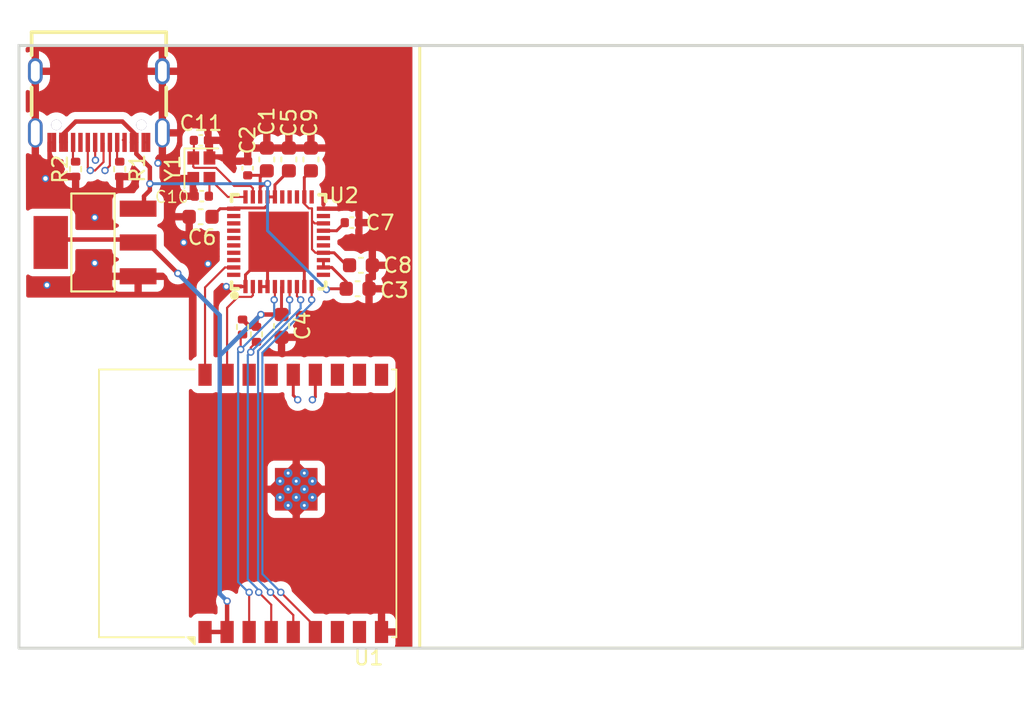
<source format=kicad_pcb>
(kicad_pcb (version 20240108) (generator "pcbnew") (generator_version "8.0")
  (layers (0 "F.Cu" signal) (1 "In1.Cu" signal) (2 "In2.Cu" signal) (31 "B.Cu" signal) (34 "B.Paste" user) (35 "F.Paste" user) (36 "B.SilkS" user "B.Silkscreen") (37 "F.SilkS" user "F.Silkscreen") (38 "B.Mask" user) (39 "F.Mask" user) (44 "Edge.Cuts" user))
  (net 0 "")
  (net 1 "GND")
  (net 2 "Net-(U2-VDD(A))")
  (net 3 "Net-(U2-VDD(VMID))")
  (net 4 "/TVDD")
  (net 9 "/D+")
  (net 11 "/D-")
  (net 13 "+3V3")
  (net 16 "/NFC_IRQ")
  (net 17 "/TX1")
  (net 20 "+5V")
  (net 24 "/TX2")
  (net 25 "/RXP")
  (net 27 "/XTAL2")
  (net 29 "/NFC_WKUP")
  (net 30 "/RXN")
  (net 31 "/NFC_DWL")
  (net 33 "/NFC_SCL")
  (net 35 "/XTAL1")
  (net 36 "/NFC_SDA")
  (net 38 "/NFC_VEN")
  (net 41 "unconnected-(USB2-SUB2-PadB8)")
  (net 42 "Net-(USB2-CC1)")
  (net 43 "Net-(USB2-CC2)")
  (footprint "Capacitor_SMD:C_0603_1608Metric" (layer "F.Cu") (at 179.275 90.55)
    (property "Reference" "C3" (at 2.5 0.1 0) (layer "F.SilkS"))
    (property "Value" "4.7 uF" (hide yes))
    (fp_line (start -0.14058 -0.51) (end 0.14058 -0.51) (stroke (width 0.12)) (layer "F.SilkS"))
    (fp_line (start -0.14058 0.51) (end 0.14058 0.51) (stroke (width 0.12)) (layer "F.SilkS"))
    (pad "1" smd roundrect (at -0.775 0) (size 0.9 0.95) (layers "F.Cu" "F.Paste" "F.Mask") (net 20 "+5V"))
    (pad "2" smd roundrect (at 0.775 0) (size 0.9 0.95) (layers "F.Cu" "F.Paste" "F.Mask") (net 1 "GND"))
  )
  (footprint "easyeda2kicad:SOT-223-3_L6.5-W3.4-P2.30-LS7.0-BR" (layer "F.Cu") (at 161.38 87.4)
    (property "Reference" "U3" (hide yes))
    (property "Value" "AMS1117-3.3")
    (fp_line (start -1.57 -3.33) (end 1.37 -3.33) (stroke (width 0.15)) (layer "F.SilkS"))
    (fp_line (start -1.57 3.33) (end -1.57 -3.33) (stroke (width 0.15)) (layer "F.SilkS"))
    (fp_line (start 1.37 -3.33) (end 1.37 3.33) (stroke (width 0.15)) (layer "F.SilkS"))
    (fp_line (start 1.37 3.33) (end -1.57 3.33) (stroke (width 0.15)) (layer "F.SilkS"))
    (pad "1" smd rect (at 2.97 2.3) (size 2.5 1.1) (layers "F.Cu" "F.Paste" "F.Mask") (net 1 "GND"))
    (pad "2" smd rect (at 2.97 0) (size 2.5 1.1) (layers "F.Cu" "F.Paste" "F.Mask") (net 13 "+3V3"))
    (pad "3" smd rect (at 2.97 -2.3) (size 2.5 1.1) (layers "F.Cu" "F.Paste" "F.Mask") (net 20 "+5V"))
    (pad "4" smd rect (at -2.97 0) (size 2.34 3.6) (layers "F.Cu" "F.Paste" "F.Mask") (net 13 "+3V3"))
  )
  (footprint "Capacitor_SMD:C_0603_1608Metric" (layer "F.Cu") (at 168.6 85.65 180)
    (property "Reference" "C6" (at -0.1 -1.4 0) (layer "F.SilkS"))
    (property "Value" "2.2 uF" (hide yes))
    (fp_line (start -0.14058 0.51) (end 0.14058 0.51) (stroke (width 0.12)) (layer "F.SilkS"))
    (fp_line (start -0.14058 -0.51) (end 0.14058 -0.51) (stroke (width 0.12)) (layer "F.SilkS"))
    (pad "1" smd roundrect (at -0.775 0 180) (size 0.9 0.95) (layers "F.Cu" "F.Paste" "F.Mask") (net 2 "Net-(U2-VDD(A))"))
    (pad "2" smd roundrect (at 0.775 0 180) (size 0.9 0.95) (layers "F.Cu" "F.Paste" "F.Mask") (net 1 "GND"))
  )
  (footprint "Capacitor_SMD:C_0402_1005Metric" (layer "F.Cu") (at 171.8 82.35 90)
    (property "Reference" "C2" (at 1.92 0 90) (layer "F.SilkS"))
    (property "Value" "100 nF" (hide yes))
    (fp_line (start -0.107836 -0.36) (end 0.107836 -0.36) (stroke (width 0.12)) (layer "F.SilkS"))
    (fp_line (start -0.107836 0.36) (end 0.107836 0.36) (stroke (width 0.12)) (layer "F.SilkS"))
    (pad "1" smd roundrect (at -0.48 0 90) (size 0.56 0.62) (layers "F.Cu" "F.Paste" "F.Mask") (net 20 "+5V"))
    (pad "2" smd roundrect (at 0.48 0 90) (size 0.56 0.62) (layers "F.Cu" "F.Paste" "F.Mask") (net 1 "GND"))
  )
  (footprint "Capacitor_SMD:C_0603_1608Metric" (layer "F.Cu") (at 176.1 81.75 90)
    (property "Reference" "C9" (at 2.5 -0.1 90) (layer "F.SilkS"))
    (property "Value" "2.2 uF" (hide yes))
    (fp_line (start -0.14058 -0.51) (end 0.14058 -0.51) (stroke (width 0.12)) (layer "F.SilkS"))
    (fp_line (start -0.14058 0.51) (end 0.14058 0.51) (stroke (width 0.12)) (layer "F.SilkS"))
    (pad "1" smd roundrect (at -0.775 0 90) (size 0.9 0.95) (layers "F.Cu" "F.Paste" "F.Mask") (net 4 "/TVDD"))
    (pad "2" smd roundrect (at 0.775 0 90) (size 0.9 0.95) (layers "F.Cu" "F.Paste" "F.Mask") (net 1 "GND"))
  )
  (footprint "Capacitor_SMD:C_0402_1005Metric" (layer "F.Cu") (at 168.68 84.25 180)
    (property "Reference" "C10" (at 2.03 -0.05 0) (layer "F.SilkS") (effects (font (size 0.8 0.8) (thickness 0.1) (bold yes))))
    (property "Value" "10 pF" (hide yes))
    (fp_line (start -0.107836 0.36) (end 0.107836 0.36) (stroke (width 0.12)) (layer "F.SilkS"))
    (fp_line (start -0.107836 -0.36) (end 0.107836 -0.36) (stroke (width 0.12)) (layer "F.SilkS"))
    (pad "1" smd roundrect (at -0.48 0 180) (size 0.56 0.62) (layers "F.Cu" "F.Paste" "F.Mask") (net 35 "/XTAL1"))
    (pad "2" smd roundrect (at 0.48 0 180) (size 0.56 0.62) (layers "F.Cu" "F.Paste" "F.Mask") (net 1 "GND"))
  )
  (footprint "Capacitor_SMD:C_0603_1608Metric" (layer "F.Cu") (at 174.6 81.75 90)
    (property "Reference" "C5" (at 2.5 0 90) (layer "F.SilkS"))
    (property "Value" "2.2 uF" (hide yes))
    (fp_line (start -0.14058 -0.51) (end 0.14058 -0.51) (stroke (width 0.12)) (layer "F.SilkS"))
    (fp_line (start -0.14058 0.51) (end 0.14058 0.51) (stroke (width 0.12)) (layer "F.SilkS"))
    (pad "1" smd roundrect (at -0.775 0 90) (size 0.9 0.95) (layers "F.Cu" "F.Paste" "F.Mask") (net 2 "Net-(U2-VDD(A))"))
    (pad "2" smd roundrect (at 0.775 0 90) (size 0.9 0.95) (layers "F.Cu" "F.Paste" "F.Mask") (net 1 "GND"))
  )
  (footprint "Capacitor_SMD:C_0603_1608Metric" (layer "F.Cu") (at 179.5 88.95)
    (property "Reference" "C8" (at 2.5 0 0) (layer "F.SilkS"))
    (property "Value" "2.2 uF" (hide yes))
    (fp_line (start -0.14058 -0.51) (end 0.14058 -0.51) (stroke (width 0.12)) (layer "F.SilkS"))
    (fp_line (start -0.14058 0.51) (end 0.14058 0.51) (stroke (width 0.12)) (layer "F.SilkS"))
    (pad "1" smd roundrect (at -0.775 0) (size 0.9 0.95) (layers "F.Cu" "F.Paste" "F.Mask") (net 4 "/TVDD"))
    (pad "2" smd roundrect (at 0.775 0) (size 0.9 0.95) (layers "F.Cu" "F.Paste" "F.Mask") (net 1 "GND"))
  )
  (footprint "Capacitor_SMD:C_0603_1608Metric" (layer "F.Cu") (at 173.1 81.75 90)
    (property "Reference" "C1" (at 2.6 0 90) (layer "F.SilkS"))
    (property "Value" "4.7 uF" (hide yes))
    (fp_line (start -0.14058 -0.51) (end 0.14058 -0.51) (stroke (width 0.12)) (layer "F.SilkS"))
    (fp_line (start -0.14058 0.51) (end 0.14058 0.51) (stroke (width 0.12)) (layer "F.SilkS"))
    (pad "1" smd roundrect (at -0.775 0 90) (size 0.9 0.95) (layers "F.Cu" "F.Paste" "F.Mask") (net 20 "+5V"))
    (pad "2" smd roundrect (at 0.775 0 90) (size 0.9 0.95) (layers "F.Cu" "F.Paste" "F.Mask") (net 1 "GND"))
  )
  (footprint "Capacitor_SMD:C_0603_1608Metric" (layer "F.Cu") (at 174.1 93.075 -90)
    (property "Reference" "C4" (at 0 -1.43 90) (layer "F.SilkS"))
    (property "Value" "1.0 uF" (hide yes))
    (fp_line (start -0.14058 0.51) (end 0.14058 0.51) (stroke (width 0.12)) (layer "F.SilkS"))
    (fp_line (start -0.14058 -0.51) (end 0.14058 -0.51) (stroke (width 0.12)) (layer "F.SilkS"))
    (pad "1" smd roundrect (at -0.775 0 270) (size 0.9 0.95) (layers "F.Cu" "F.Paste" "F.Mask") (net 13 "+3V3"))
    (pad "2" smd roundrect (at 0.775 0 270) (size 0.9 0.95) (layers "F.Cu" "F.Paste" "F.Mask") (net 1 "GND"))
  )
  (footprint "easyeda2kicad:HVQFN-40_L6.0-W6.0-P0.50-BL-EP4.1" (layer "F.Cu") (at 173.9 87.35)
    (property "Reference" "U2" (at 4.45 -3.15 0) (layer "F.SilkS"))
    (property "Value" "PN7160A1HN/C100Y")
    (fp_line (start -3.2 -3.2) (end -3.2 -2.75) (stroke (width 0.25)) (layer "F.SilkS"))
    (fp_line (start -3.2 3.2) (end -3.2 2.75) (stroke (width 0.25)) (layer "F.SilkS"))
    (fp_line (start -2.75 -3.2) (end -3.2 -3.2) (stroke (width 0.25)) (layer "F.SilkS"))
    (fp_line (start -2.75 3.2) (end -3.2 3.2) (stroke (width 0.25)) (layer "F.SilkS"))
    (fp_line (start 3.2 -3.2) (end 2.75 -3.2) (stroke (width 0.25)) (layer "F.SilkS"))
    (fp_line (start 3.2 -2.75) (end 3.2 -3.2) (stroke (width 0.25)) (layer "F.SilkS"))
    (fp_line (start 3.2 2.75) (end 3.2 3.2) (stroke (width 0.25)) (layer "F.SilkS"))
    (fp_line (start 3.2 3.2) (end 2.75 3.2) (stroke (width 0.25)) (layer "F.SilkS"))
    (fp_arc (start -3 3.65) (mid -3 3.65) (end -3 3.65) (stroke (width 0.3)) (layer "F.SilkS"))
    (pad "1" smd rect (at -2.25 3.05 180) (size 0.29 0.9) (layers "F.Cu" "F.Paste" "F.Mask") (net 1 "GND"))
    (pad "2" smd rect (at -1.75 3.05 180) (size 0.29 0.9) (layers "F.Cu" "F.Paste" "F.Mask") (net 31 "/NFC_DWL"))
    (pad "3" smd rect (at -1.25 3.05 180) (size 0.29 0.9) (layers "F.Cu" "F.Paste" "F.Mask") (net 1 "GND"))
    (pad "4" smd rect (at -0.75 3.05 180) (size 0.29 0.9) (layers "F.Cu" "F.Paste" "F.Mask") (net 1 "GND"))
    (pad "5" smd rect (at -0.25 3.05 180) (size 0.29 0.9) (layers "F.Cu" "F.Paste" "F.Mask") (net 36 "/NFC_SDA"))
    (pad "6" smd rect (at 0.25 3.05 180) (size 0.29 0.9) (layers "F.Cu" "F.Paste" "F.Mask") (net 13 "+3V3"))
    (pad "7" smd rect (at 0.75 3.05 180) (size 0.29 0.9) (layers "F.Cu" "F.Paste" "F.Mask") (net 33 "/NFC_SCL"))
    (pad "8" smd rect (at 1.25 3.05 180) (size 0.29 0.9) (layers "F.Cu" "F.Paste" "F.Mask") (net 16 "/NFC_IRQ"))
    (pad "9" smd rect (at 1.75 3.05 180) (size 0.29 0.9) (layers "F.Cu" "F.Paste" "F.Mask") (net 1 "GND"))
    (pad "10" smd rect (at 2.25 3.05 180) (size 0.29 0.9) (layers "F.Cu" "F.Paste" "F.Mask") (net 38 "/NFC_VEN"))
    (pad "11" smd rect (at 3.05 2.25 90) (size 0.29 0.9) (layers "F.Cu" "F.Paste" "F.Mask"))
    (pad "12" smd rect (at 3.05 1.75 90) (size 0.29 0.9) (layers "F.Cu" "F.Paste" "F.Mask") (net 20 "+5V"))
    (pad "13" smd rect (at 3.05 1.25 90) (size 0.29 0.9) (layers "F.Cu" "F.Paste" "F.Mask") (net 20 "+5V"))
    (pad "14" smd rect (at 3.05 0.75 90) (size 0.29 0.9) (layers "F.Cu" "F.Paste" "F.Mask") (net 4 "/TVDD"))
    (pad "15" smd rect (at 3.05 0.25 90) (size 0.29 0.9) (layers "F.Cu" "F.Paste" "F.Mask") (net 30 "/RXN"))
    (pad "16" smd rect (at 3.05 -0.25 90) (size 0.29 0.9) (layers "F.Cu" "F.Paste" "F.Mask") (net 25 "/RXP"))
    (pad "17" smd rect (at 3.05 -0.75 90) (size 0.29 0.9) (layers "F.Cu" "F.Paste" "F.Mask") (net 3 "Net-(U2-VDD(VMID))"))
    (pad "18" smd rect (at 3.05 -1.25 90) (size 0.29 0.9) (layers "F.Cu" "F.Paste" "F.Mask") (net 4 "/TVDD"))
    (pad "19" smd rect (at 3.05 -1.75 90) (size 0.29 0.9) (layers "F.Cu" "F.Paste" "F.Mask") (net 24 "/TX2"))
    (pad "20" smd rect (at 3.05 -2.25 90) (size 0.29 0.9) (layers "F.Cu" "F.Paste" "F.Mask") (net 1 "GND"))
    (pad "21" smd rect (at 2.25 -3.05 180) (size 0.29 0.9) (layers "F.Cu" "F.Paste" "F.Mask") (net 17 "/TX1"))
    (pad "22" smd rect (at 1.75 -3.05 180) (size 0.29 0.9) (layers "F.Cu" "F.Paste" "F.Mask") (net 4 "/TVDD"))
    (pad "23" smd rect (at 1.25 -3.05 180) (size 0.29 0.9) (layers "F.Cu" "F.Paste" "F.Mask"))
    (pad "24" smd rect (at 0.75 -3.05 180) (size 0.29 0.9) (layers "F.Cu" "F.Paste" "F.Mask"))
    (pad "25" smd rect (at 0.25 -3.05 180) (size 0.29 0.9) (layers "F.Cu" "F.Paste" "F.Mask"))
    (pad "26" smd rect (at -0.25 -3.05 180) (size 0.29 0.9) (layers "F.Cu" "F.Paste" "F.Mask") (net 2 "Net-(U2-VDD(A))"))
    (pad "27" smd rect (at -0.75 -3.05 180) (size 0.29 0.9) (layers "F.Cu" "F.Paste" "F.Mask") (net 2 "Net-(U2-VDD(A))"))
    (pad "28" smd rect (at -1.25 -3.05 180) (size 0.29 0.9) (layers "F.Cu" "F.Paste" "F.Mask") (net 20 "+5V"))
    (pad "29" smd rect (at -1.75 -3.05 180) (size 0.29 0.9) (layers "F.Cu" "F.Paste" "F.Mask") (net 27 "/XTAL2"))
    (pad "30" smd rect (at -2.25 -3.05 180) (size 0.29 0.9) (layers "F.Cu" "F.Paste" "F.Mask") (net 35 "/XTAL1"))
    (pad "31" smd rect (at -3.05 -2.25 90) (size 0.29 0.9) (layers "F.Cu" "F.Paste" "F.Mask") (net 2 "Net-(U2-VDD(A))"))
    (pad "32" smd rect (at -3.05 -1.75 90) (size 0.29 0.9) (layers "F.Cu" "F.Paste" "F.Mask"))
    (pad "33" smd rect (at -3.05 -1.25 90) (size 0.29 0.9) (layers "F.Cu" "F.Paste" "F.Mask"))
    (pad "34" smd rect (at -3.05 -0.75 90) (size 0.29 0.9) (layers "F.Cu" "F.Paste" "F.Mask"))
    (pad "35" smd rect (at -3.05 -0.25 90) (size 0.29 0.9) (layers "F.Cu" "F.Paste" "F.Mask"))
    (pad "36" smd rect (at -3.05 0.25 90) (size 0.29 0.9) (layers "F.Cu" "F.Paste" "F.Mask"))
    (pad "37" smd rect (at -3.05 0.75 90) (size 0.29 0.9) (layers "F.Cu" "F.Paste" "F.Mask"))
    (pad "38" smd rect (at -3.05 1.25 90) (size 0.29 0.9) (layers "F.Cu" "F.Paste" "F.Mask"))
    (pad "39" smd rect (at -3.05 1.75 90) (size 0.29 0.9) (layers "F.Cu" "F.Paste" "F.Mask") (net 29 "/NFC_WKUP"))
    (pad "40" smd rect (at -3.05 2.25 90) (size 0.29 0.9) (layers "F.Cu" "F.Paste" "F.Mask"))
    (pad "41" smd rect (at 0 0) (size 4.1 4.1) (layers "F.Cu" "F.Paste" "F.Mask") (net 1 "GND"))
  )
  (footprint "Resistor_SMD:R_0402_1005Metric" (layer "F.Cu") (at 160.1 82.41 -90)
    (property "Reference" "R2" (at 0 1.05 90) (layer "F.SilkS"))
    (property "Value" "5.1K" (hide yes))
    (fp_line (start -0.153641 0.38) (end 0.153641 0.38) (stroke (width 0.12)) (layer "F.SilkS"))
    (fp_line (start -0.153641 -0.38) (end 0.153641 -0.38) (stroke (width 0.12)) (layer "F.SilkS"))
    (pad "1" smd roundrect (at -0.51 0 270) (size 0.54 0.64) (layers "F.Cu" "F.Paste" "F.Mask") (net 43 "Net-(USB2-CC2)"))
    (pad "2" smd roundrect (at 0.51 0 270) (size 0.54 0.64) (layers "F.Cu" "F.Paste" "F.Mask") (net 1 "GND"))
  )
  (footprint "Resistor_SMD:R_0402_1005Metric" (layer "F.Cu") (at 172.4 93.65 -90)
    (property "Reference" "R4" (hide yes))
    (property "Value" "10k" (hide yes))
    (fp_line (start -0.153641 0.38) (end 0.153641 0.38) (stroke (width 0.12)) (layer "F.SilkS"))
    (fp_line (start -0.153641 -0.38) (end 0.153641 -0.38) (stroke (width 0.12)) (layer "F.SilkS"))
    (pad "1" smd roundrect (at -0.51 0 270) (size 0.54 0.64) (layers "F.Cu" "F.Paste" "F.Mask") (net 13 "+3V3"))
    (pad "2" smd roundrect (at 0.51 0 270) (size 0.54 0.64) (layers "F.Cu" "F.Paste" "F.Mask") (net 33 "/NFC_SCL"))
  )
  (footprint "easyeda2kicad:USB-C-SMD_KH-TYPE-C-16P" (layer "F.Cu") (at 161.68 78.17 180)
    (property "Reference" "USB2" (hide yes))
    (property "Value" "KH-TYPE-C-16P")
    (fp_line (start 4.57 5.08) (end 4.57 3.51) (stroke (width 0.25)) (layer "F.SilkS"))
    (fp_line (start 4.57 1.32) (end 4.57 -0.57) (stroke (width 0.25)) (layer "F.SilkS"))
    (fp_line (start -4.58 5.08) (end 4.57 5.08) (stroke (width 0.25)) (layer "F.SilkS"))
    (fp_line (start -4.58 3.51) (end -4.58 5.08) (stroke (width 0.25)) (layer "F.SilkS"))
    (fp_line (start -4.58 -0.57) (end -4.58 1.32) (stroke (width 0.25)) (layer "F.SilkS"))
    (pad "" thru_hole circle (at -2.89 -1.23 180) (size 0.7 0.7) (drill 0.7) (layers "*.Cu" "*.Mask"))
    (pad "" thru_hole circle (at 2.89 -1.23 180) (size 0.7 0.7) (drill 0.7) (layers "*.Cu" "*.Mask"))
    (pad "1" thru_hole oval (at -4.32 -1.77 180) (size 1 2) (drill oval 0.599999 1.699997) (layers "*.Cu" "*.Paste" "*.Mask") (net 1 "GND"))
    (pad "2" thru_hole oval (at 4.32 -1.77 180) (size 1 2) (drill oval 0.599999 1.699997) (layers "*.Cu" "*.Paste" "*.Mask") (net 1 "GND"))
    (pad "3" thru_hole oval (at -4.32 2.42 180) (size 1 1.8) (drill oval 0.599999 1.399997) (layers "*.Cu" "*.Paste" "*.Mask") (net 1 "GND"))
    (pad "4" thru_hole oval (at 4.32 2.42 180) (size 1 1.8) (drill oval 0.599999 1.399997) (layers "*.Cu" "*.Paste" "*.Mask") (net 1 "GND"))
    (pad "A1" smd rect (at -3.35 -2.42 180) (size 0.3 1.3) (layers "F.Cu" "F.Paste" "F.Mask") (net 1 "GND"))
    (pad "A4" smd rect (at -2.55 -2.42 180) (size 0.3 1.3) (layers "F.Cu" "F.Paste" "F.Mask") (net 20 "+5V"))
    (pad "A5" smd rect (at -1.25 -2.42 180) (size 0.3 1.3) (layers "F.Cu" "F.Paste" "F.Mask") (net 42 "Net-(USB2-CC1)"))
    (pad "A6" smd rect (at -0.25 -2.42 180) (size 0.3 1.3) (layers "F.Cu" "F.Paste" "F.Mask") (net 9 "/D+"))
    (pad "A7" smd rect (at 0.25 -2.42 180) (size 0.3 1.3) (layers "F.Cu" "F.Paste" "F.Mask") (net 11 "/D-"))
    (pad "A8" smd rect (at 1.25 -2.42 180) (size 0.3 1.3) (layers "F.Cu" "F.Paste" "F.Mask"))
    (pad "A9" smd rect (at 2.55 -2.41 180) (size 0.3 1.3) (layers "F.Cu" "F.Paste" "F.Mask") (net 20 "+5V"))
    (pad "A12" smd rect (at 3.35 -2.42 180) (size 0.3 1.3) (layers "F.Cu" "F.Paste" "F.Mask") (net 1 "GND"))
    (pad "B1" smd rect (at 3.05 -2.42 180) (size 0.3 1.3) (layers "F.Cu" "F.Paste" "F.Mask") (net 1 "GND"))
    (pad "B4" smd rect (at 2.25 -2.41 180) (size 0.3 1.3) (layers "F.Cu" "F.Paste" "F.Mask") (net 20 "+5V"))
    (pad "B5" smd rect (at 1.75 -2.42 180) (size 0.3 1.3) (layers "F.Cu" "F.Paste" "F.Mask") (net 43 "Net-(USB2-CC2)"))
    (pad "B6" smd rect (at 0.75 -2.42 180) (size 0.3 1.3) (layers "F.Cu" "F.Paste" "F.Mask") (net 9 "/D+"))
    (pad "B7" smd rect (at -0.75 -2.42 180) (size 0.3 1.3) (layers "F.Cu" "F.Paste" "F.Mask") (net 11 "/D-"))
    (pad "B8" smd rect (at -1.75 -2.42 180) (size 0.3 1.3) (layers "F.Cu" "F.Paste" "F.Mask") (net 41 "unconnected-(USB2-SUB2-PadB8)"))
    (pad "B9" smd rect (at -2.25 -2.42 180) (size 0.3 1.3) (layers "F.Cu" "F.Paste" "F.Mask") (net 20 "+5V"))
    (pad "B12" smd rect (at -3.05 -2.42 180) (size 0.3 1.3) (layers "F.Cu" "F.Paste" "F.Mask") (net 1 "GND"))
  )
  (footprint "Crystal:Crystal_SMD_2016-4Pin_2.0x1.6mm" (layer "F.Cu") (at 168.65 82.35 -90)
    (property "Reference" "Y1" (at 0 1.95 -90) (layer "F.SilkS"))
    (property "Value" "Crystal_GND24" (hide yes))
    (fp_line (start -1.35 1.15) (end 1.35 1.15) (stroke (width 0.12)) (layer "F.SilkS"))
    (fp_line (start -1.35 -1.15) (end -1.35 1.15) (stroke (width 0.12)) (layer "F.SilkS"))
    (pad "1" smd rect (at -0.7 0.55 270) (size 0.9 0.8) (layers "F.Cu" "F.Paste" "F.Mask") (net 27 "/XTAL2"))
    (pad "2" smd rect (at 0.7 0.55 270) (size 0.9 0.8) (layers "F.Cu" "F.Paste" "F.Mask") (net 1 "GND"))
    (pad "3" smd rect (at 0.7 -0.55 270) (size 0.9 0.8) (layers "F.Cu" "F.Paste" "F.Mask") (net 35 "/XTAL1"))
    (pad "4" smd rect (at -0.7 -0.55 270) (size 0.9 0.8) (layers "F.Cu" "F.Paste" "F.Mask") (net 1 "GND"))
  )
  (footprint "Resistor_SMD:R_0402_1005Metric" (layer "F.Cu") (at 171.45 93.15 -90)
    (property "Reference" "R3" (hide yes))
    (property "Value" "10k" (hide yes))
    (fp_line (start -0.153641 0.38) (end 0.153641 0.38) (stroke (width 0.12)) (layer "F.SilkS"))
    (fp_line (start -0.153641 -0.38) (end 0.153641 -0.38) (stroke (width 0.12)) (layer "F.SilkS"))
    (pad "1" smd roundrect (at -0.51 0 270) (size 0.54 0.64) (layers "F.Cu" "F.Paste" "F.Mask") (net 13 "+3V3"))
    (pad "2" smd roundrect (at 0.51 0 270) (size 0.54 0.64) (layers "F.Cu" "F.Paste" "F.Mask") (net 36 "/NFC_SDA"))
  )
  (footprint "Capacitor_SMD:C_0402_1005Metric" (layer "F.Cu") (at 168.62 80.45)
    (property "Reference" "C11" (at 0 -1.16 0) (layer "F.SilkS"))
    (property "Value" "10 pF" (hide yes))
    (fp_line (start -0.107836 -0.36) (end 0.107836 -0.36) (stroke (width 0.12)) (layer "F.SilkS"))
    (fp_line (start -0.107836 0.36) (end 0.107836 0.36) (stroke (width 0.12)) (layer "F.SilkS"))
    (pad "1" smd roundrect (at -0.48 0) (size 0.56 0.62) (layers "F.Cu" "F.Paste" "F.Mask") (net 27 "/XTAL2"))
    (pad "2" smd roundrect (at 0.48 0) (size 0.56 0.62) (layers "F.Cu" "F.Paste" "F.Mask") (net 1 "GND"))
  )
  (footprint "Resistor_SMD:R_0402_1005Metric" (layer "F.Cu") (at 163.1 82.41 90)
    (property "Reference" "R1" (at 0.06 1.2 90) (layer "F.SilkS"))
    (property "Value" "5.1K" (hide yes))
    (fp_line (start -0.153641 -0.38) (end 0.153641 -0.38) (stroke (width 0.12)) (layer "F.SilkS"))
    (fp_line (start -0.153641 0.38) (end 0.153641 0.38) (stroke (width 0.12)) (layer "F.SilkS"))
    (pad "1" smd roundrect (at -0.51 0 90) (size 0.54 0.64) (layers "F.Cu" "F.Paste" "F.Mask") (net 1 "GND"))
    (pad "2" smd roundrect (at 0.51 0 90) (size 0.54 0.64) (layers "F.Cu" "F.Paste" "F.Mask") (net 42 "Net-(USB2-CC1)"))
  )
  (footprint "RF_Module:ESP32-C3-WROOM-02" (layer "F.Cu") (at 174.9 105.15 90)
    (property "Reference" "U1" (at -10.5 5.13 0) (layer "F.SilkS"))
    (property "Value" "ESP32-C3-WROOM-02" (hide yes))
    (fp_line (start 9.11 -13.21) (end 9.11 -6.71) (stroke (width 0.12)) (layer "F.SilkS"))
    (fp_line (start -9.11 -13.21) (end 9.11 -13.21) (stroke (width 0.12)) (layer "F.SilkS"))
    (fp_line (start -9.11 -13.21) (end -9.11 -7.4) (stroke (width 0.12)) (layer "F.SilkS"))
    (fp_line (start 9.11 6.71) (end 9.11 7.01) (stroke (width 0.12)) (layer "F.SilkS"))
    (fp_line (start -9.11 6.71) (end -9.11 7.01) (stroke (width 0.12)) (layer "F.SilkS"))
    (fp_line (start -9.11 7.01) (end 9.11 7.01) (stroke (width 0.12)) (layer "F.SilkS"))
    (fp_poly (pts (xy -9.1 -6.7) (xy -9.6 -6.7) (xy -9.1 -7.2) (xy -9.1 -6.7)) (stroke (width 0.12)) (fill solid) (layer "F.SilkS"))
    (pad "1" smd rect (at -8.75 -6 90) (size 1.5 0.9) (layers "F.Cu" "F.Paste" "F.Mask") (net 13 "+3V3"))
    (pad "2" smd rect (at -8.75 -4.5 90) (size 1.5 0.9) (layers "F.Cu" "F.Paste" "F.Mask") (net 13 "+3V3"))
    (pad "3" smd rect (at -8.75 -3 90) (size 1.5 0.9) (layers "F.Cu" "F.Paste" "F.Mask") (net 36 "/NFC_SDA"))
    (pad "4" smd rect (at -8.75 -1.5 90) (size 1.5 0.9) (layers "F.Cu" "F.Paste" "F.Mask") (net 33 "/NFC_SCL"))
    (pad "5" smd rect (at -8.75 0 90) (size 1.5 0.9) (layers "F.Cu" "F.Paste" "F.Mask") (net 16 "/NFC_IRQ"))
    (pad "6" smd rect (at -8.75 1.5 90) (size 1.5 0.9) (layers "F.Cu" "F.Paste" "F.Mask") (net 38 "/NFC_VEN"))
    (pad "7" smd rect (at -8.75 3 90) (size 1.5 0.9) (layers "F.Cu" "F.Paste" "F.Mask"))
    (pad "8" smd rect (at -8.75 4.5 90) (size 1.5 0.9) (layers "F.Cu" "F.Paste" "F.Mask"))
    (pad "9" smd rect (at -8.75 6 90) (size 1.5 0.9) (layers "F.Cu" "F.Paste" "F.Mask") (net 1 "GND"))
    (pad "10" smd rect (at 8.75 6 90) (size 1.5 0.9) (layers "F.Cu" "F.Paste" "F.Mask"))
    (pad "11" smd rect (at 8.75 4.5 90) (size 1.5 0.9) (layers "F.Cu" "F.Paste" "F.Mask"))
    (pad "12" smd rect (at 8.75 3 90) (size 1.5 0.9) (layers "F.Cu" "F.Paste" "F.Mask"))
    (pad "13" smd rect (at 8.75 1.5 90) (size 1.5 0.9) (layers "F.Cu" "F.Paste" "F.Mask") (net 11 "/D-"))
    (pad "14" smd rect (at 8.75 0 90) (size 1.5 0.9) (layers "F.Cu" "F.Paste" "F.Mask") (net 9 "/D+"))
    (pad "15" smd rect (at 8.75 -1.5 90) (size 1.5 0.9) (layers "F.Cu" "F.Paste" "F.Mask"))
    (pad "16" smd rect (at 8.75 -3 90) (size 1.5 0.9) (layers "F.Cu" "F.Paste" "F.Mask"))
    (pad "17" smd rect (at 8.75 -4.5 90) (size 1.5 0.9) (layers "F.Cu" "F.Paste" "F.Mask") (net 31 "/NFC_DWL"))
    (pad "18" smd rect (at 8.75 -6 90) (size 1.5 0.9) (layers "F.Cu" "F.Paste" "F.Mask") (net 29 "/NFC_WKUP"))
    (pad "19" thru_hole circle (at -0.14 -0.35 90) (size 0.6 0.6) (drill 0.2) (property pad_prop_heatsink) (layers "*.Cu" "F.Mask") (net 1 "GND"))
    (pad "19" thru_hole circle (at -0.14 0.75 90) (size 0.6 0.6) (drill 0.2) (property pad_prop_heatsink) (layers "*.Cu" "F.Mask") (net 1 "GND"))
    (pad "19" thru_hole circle (at 0.41 -0.9 90) (size 0.6 0.6) (drill 0.2) (property pad_prop_heatsink) (layers "*.Cu" "F.Mask") (net 1 "GND"))
    (pad "19" thru_hole circle (at 0.41 0.2 90) (size 0.6 0.6) (drill 0.2) (property pad_prop_heatsink) (layers "*.Cu" "F.Mask") (net 1 "GND"))
    (pad "19" thru_hole circle (at 0.41 1.3 90) (size 0.6 0.6) (drill 0.2) (property pad_prop_heatsink) (layers "*.Cu" "F.Mask") (net 1 "GND"))
    (pad "19" thru_hole circle (at 0.96 -0.35 90) (size 0.6 0.6) (drill 0.2) (property pad_prop_heatsink) (layers "*.Cu" "F.Mask") (net 1 "GND"))
    (pad "19" smd rect (at 0.96 0.2 90) (size 2.9 2.9) (layers "F.Cu" "F.Mask") (net 1 "GND"))
    (pad "19" thru_hole circle (at 0.96 0.75 90) (size 0.6 0.6) (drill 0.2) (property pad_prop_heatsink) (layers "*.Cu" "F.Mask") (net 1 "GND"))
    (pad "19" thru_hole circle (at 1.51 -0.9 90) (size 0.6 0.6) (drill 0.2) (property pad_prop_heatsink) (layers "*.Cu" "F.Mask") (net 1 "GND"))
    (pad "19" thru_hole circle (at 1.51 0.2 90) (size 0.6 0.6) (drill 0.2) (property pad_prop_heatsink) (layers "*.Cu" "F.Mask") (net 1 "GND"))
    (pad "19" thru_hole circle (at 1.51 1.3 90) (size 0.6 0.6) (drill 0.2) (property pad_prop_heatsink) (layers "*.Cu" "F.Mask") (net 1 "GND"))
    (pad "19" thru_hole circle (at 2.06 -0.35 90) (size 0.6 0.6) (drill 0.2) (property pad_prop_heatsink) (layers "*.Cu" "F.Mask") (net 1 "GND"))
    (pad "19" thru_hole circle (at 2.06 0.75 90) (size 0.6 0.6) (drill 0.2) (property pad_prop_heatsink) (layers "*.Cu" "F.Mask") (net 1 "GND"))
    (zone (net 0) (net_name "") (layers "*.Cu") (connect_pads (clearance 0)) (min_thickness 0.254)
      (keepout (tracks not_allowed) (vias not_allowed) (pads not_allowed) (copperpour not_allowed) (footprints not_allowed))
      (fill (thermal_gap 0.508) (thermal_bridge_width 0.508))
      (polygon (pts (xy 167.8 119.15) (xy 167.8 91.15) (xy 156.8 91.15) (xy 156.8 119.15)))
    )
  )
  (footprint "Capacitor_SMD:C_0402_1005Metric" (layer "F.Cu") (at 178.88 86.05)
    (property "Reference" "C7" (at 1.92 0 0) (layer "F.SilkS"))
    (property "Value" "100 nF" (hide yes))
    (fp_line (start -0.107836 -0.36) (end 0.107836 -0.36) (stroke (width 0.12)) (layer "F.SilkS"))
    (fp_line (start -0.107836 0.36) (end 0.107836 0.36) (stroke (width 0.12)) (layer "F.SilkS"))
    (pad "1" smd roundrect (at -0.48 0) (size 0.56 0.62) (layers "F.Cu" "F.Paste" "F.Mask") (net 3 "Net-(U2-VDD(VMID))"))
    (pad "2" smd roundrect (at 0.48 0) (size 0.56 0.62) (layers "F.Cu" "F.Paste" "F.Mask") (net 1 "GND"))
  )
  (gr_rect (start 183.5 74) (end 224.5 115) (stroke (width 0.2)) (fill none) (layer "F.SilkS"))
  (gr_rect (start 156.25 74) (end 224.5 115) (stroke (width 0.2)) (fill none) (layer "Edge.Cuts"))
  (segment (start 173.15 88.1) (end 173.9 87.35) (width 0.2) (layer "F.Cu") (net 1))
  (segment (start 173.15 90.4) (end 173.15 88.1) (width 0.2) (layer "F.Cu") (net 1))
  (segment (start 176.95 85.1) (end 178.2 85.1) (width 0.3) (layer "F.Cu") (net 1))
  (segment (start 172.65 90.4) (end 173.15 90.4) (width 0.2) (layer "F.Cu") (net 1))
  (segment (start 164.73 80.59) (end 165.03 80.59) (width 0.145) (layer "F.Cu") (net 1))
  (segment (start 175.65 90.4) (end 175.65 89.1) (width 0.2) (layer "F.Cu") (net 1))
  (segment (start 158.63 80.59) (end 158.33 80.59) (width 0.145) (layer "F.Cu") (net 1))
  (segment (start 175.65 89.1) (end 173.9 87.35) (width 0.2) (layer "F.Cu") (net 1))
  (segment (start 171.65 89.6) (end 173.9 87.35) (width 0.2) (layer "F.Cu") (net 1))
  (segment (start 171.65 90.4) (end 170.35 90.4) (width 0.2) (layer "F.Cu") (net 1))
  (segment (start 178.2 85.1) (end 178.25 85.05) (width 0.3) (layer "F.Cu") (net 1))
  (segment (start 171.65 90.4) (end 171.65 89.6) (width 0.2) (layer "F.Cu") (net 1))
  (via (at 170.35 90.4) (size 0.5) (drill 0.3) (layers "F.Cu" "B.Cu") (net 1))
  (via (at 161.4 85.7) (size 0.5) (drill 0.3) (layers "F.Cu" "B.Cu") (net 1))
  (via (at 161.4 88.8) (size 0.5) (drill 0.3) (layers "F.Cu" "B.Cu") (net 1))
  (via (at 158.05 83.05) (size 0.5) (drill 0.3) (layers "F.Cu" "B.Cu") (net 1))
  (via (at 169.1 88.85) (size 0.5) (drill 0.3) (layers "F.Cu" "B.Cu") (net 1))
  (via (at 167.45 87.4) (size 0.5) (drill 0.3) (layers "F.Cu" "B.Cu") (net 1))
  (via (at 158.15 90.3) (size 0.5) (drill 0.3) (layers "F.Cu" "B.Cu") (net 1))
  (via (at 165.7 82) (size 0.5) (drill 0.3) (layers "F.Cu" "B.Cu") (net 1))
  (segment (start 170.85 85.1) (end 170.9 85.05) (width 0.2) (layer "F.Cu") (net 2))
  (segment (start 170.9 85.05) (end 172.95 85.05) (width 0.2) (layer "F.Cu") (net 2))
  (segment (start 173.65 83.475) (end 174.6 82.525) (width 0.2) (layer "F.Cu") (net 2))
  (segment (start 173.15 84.85) (end 173.15 84.3) (width 0.2) (layer "F.Cu") (net 2))
  (segment (start 170.85 85.1) (end 169.925 85.1) (width 0.2) (layer "F.Cu") (net 2))
  (segment (start 169.925 85.1) (end 169.375 85.65) (width 0.2) (layer "F.Cu") (net 2))
  (segment (start 173.15 84.3) (end 173.65 84.3) (width 0.2) (layer "F.Cu") (net 2))
  (segment (start 173.65 84.3) (end 173.65 83.475) (width 0.2) (layer "F.Cu") (net 2))
  (segment (start 172.95 85.05) (end 173.15 84.85) (width 0.2) (layer "F.Cu") (net 2))
  (segment (start 176.95 86.6) (end 177.85 86.6) (width 0.2) (layer "F.Cu") (net 3))
  (segment (start 177.85 86.6) (end 178.4 86.05) (width 0.2) (layer "F.Cu") (net 3))
  (segment (start 176.1725 85.9175) (end 176.1725 85.0775) (width 0.145) (layer "F.Cu") (net 4))
  (segment (start 176.1725 85.0775) (end 175.96 85.0775) (width 0.145) (layer "F.Cu") (net 4))
  (segment (start 176.1725 87.8625) (end 176.41 88.1) (width 0.145) (layer "F.Cu") (net 4))
  (segment (start 175.65 84.3) (end 175.65 82.975) (width 0.2) (layer "F.Cu") (net 4))
  (segment (start 176.355 86.1) (end 176.1725 85.9175) (width 0.145) (layer "F.Cu") (net 4))
  (segment (start 176.1725 85.9175) (end 176.1725 87.8625) (width 0.145) (layer "F.Cu") (net 4))
  (segment (start 175.65 84.7675) (end 175.65 84.3) (width 0.145) (layer "F.Cu") (net 4))
  (segment (start 176.95 88.1) (end 177.675 88.1) (width 0.2) (layer "F.Cu") (net 4))
  (segment (start 175.65 82.975) (end 176.1 82.525) (width 0.2) (layer "F.Cu") (net 4))
  (segment (start 175.96 85.0775) (end 175.65 84.7675) (width 0.145) (layer "F.Cu") (net 4))
  (segment (start 176.41 88.1) (end 176.95 88.1) (width 0.145) (layer "F.Cu") (net 4))
  (segment (start 176.95 86.1) (end 176.355 86.1) (width 0.145) (layer "F.Cu") (net 4))
  (segment (start 177.675 88.1) (end 178.525 88.95) (width 0.2) (layer "F.Cu") (net 4))
  (segment (start 174.9 96.4) (end 174.9 97.8) (width 0.2) (layer "F.Cu") (net 9))
  (segment (start 162 81.925) (end 162 80.66) (width 0.145) (layer "F.Cu") (net 9))
  (segment (start 162 80.66) (end 161.93 80.59) (width 0.145) (layer "F.Cu") (net 9))
  (segment (start 161.1 82.5) (end 161.425 82.5) (width 0.145) (layer "F.Cu") (net 9))
  (segment (start 161.425 82.5) (end 162 81.925) (width 0.145) (layer "F.Cu") (net 9))
  (segment (start 161.1 82.5) (end 160.93 82.33) (width 0.145) (layer "F.Cu") (net 9))
  (segment (start 160.93 82.33) (end 160.93 80.59) (width 0.145) (layer "F.Cu") (net 9))
  (segment (start 174.9 97.8) (end 175.2 98.1) (width 0.2) (layer "F.Cu") (net 9))
  (via (at 161.1 82.5) (size 0.5) (drill 0.3) (layers "F.Cu" "B.Cu") (net 9))
  (via (at 175.2 98.1) (size 0.5) (drill 0.3) (layers "F.Cu" "B.Cu") (net 9))
  (segment (start 176.4 97.9) (end 176.2 98.1) (width 0.2) (layer "F.Cu") (net 11))
  (segment (start 176.4 96.4) (end 176.4 97.9) (width 0.2) (layer "F.Cu") (net 11))
  (segment (start 161.43 80.59) (end 161.43 81.78) (width 0.145) (layer "F.Cu") (net 11))
  (segment (start 162.43 82.17) (end 162.43 80.59) (width 0.145) (layer "F.Cu") (net 11))
  (segment (start 161.43 81.78) (end 161.45 81.8) (width 0.145) (layer "F.Cu") (net 11))
  (segment (start 162.1 82.5) (end 162.43 82.17) (width 0.145) (layer "F.Cu") (net 11))
  (via (at 162.1 82.5) (size 0.5) (drill 0.3) (layers "F.Cu" "B.Cu") (net 11))
  (via (at 176.2 98.1) (size 0.5) (drill 0.3) (layers "F.Cu" "B.Cu") (net 11))
  (via (at 161.45 81.8) (size 0.5) (drill 0.3) (layers "F.Cu" "B.Cu") (net 11))
  (segment (start 172.4 92.6) (end 172.7 92.3) (width 0.3) (layer "F.Cu") (net 13))
  (segment (start 174.1 92.3) (end 174.1 90.45) (width 0.2) (layer "F.Cu") (net 13))
  (segment (start 172.4 93.14) (end 171.95 93.14) (width 0.3) (layer "F.Cu") (net 13))
  (segment (start 174.1 90.45) (end 174.15 90.4) (width 0.2) (layer "F.Cu") (net 13))
  (segment (start 172.4 93.14) (end 172.4 92.6) (width 0.3) (layer "F.Cu") (net 13))
  (segment (start 172.7 92.3) (end 174.1 92.3) (width 0.3) (layer "F.Cu") (net 13))
  (segment (start 167.05 89.5) (end 164.75 87.2) (width 0.3) (layer "F.Cu") (net 13))
  (segment (start 158.41 87.2) (end 164.35 87.2) (width 0.3) (layer "F.Cu") (net 13))
  (segment (start 170.4 113.9) (end 170.4 111.8) (width 0.3) (layer "F.Cu") (net 13))
  (segment (start 170.4 113.9) (end 168.9 113.9) (width 0.3) (layer "F.Cu") (net 13))
  (segment (start 164.75 87.2) (end 164.35 87.2) (width 0.3) (layer "F.Cu") (net 13))
  (segment (start 171.95 93.14) (end 171.45 92.64) (width 0.3) (layer "F.Cu") (net 13))
  (via (at 172.7 92.3) (size 0.5) (drill 0.3) (layers "F.Cu" "B.Cu") (net 13))
  (via (at 167.05 89.5) (size 0.5) (drill 0.3) (layers "F.Cu" "B.Cu") (net 13))
  (via (at 170.4 111.8) (size 0.5) (drill 0.3) (layers "F.Cu" "B.Cu") (net 13))
  (segment (start 169.9 111.3) (end 170.4 111.8) (width 0.3) (layer "B.Cu") (net 13))
  (segment (start 172.7 92.3) (end 169.9 95.1) (width 0.3) (layer "B.Cu") (net 13))
  (segment (start 167.05 89.5) (end 169.9 92.35) (width 0.3) (layer "B.Cu") (net 13))
  (segment (start 169.9 92.35) (end 169.9 95.55) (width 0.3) (layer "B.Cu") (net 13))
  (segment (start 169.9 95.1) (end 169.9 95.55) (width 0.3) (layer "B.Cu") (net 13))
  (segment (start 169.9 95.55) (end 169.9 111.3) (width 0.3) (layer "B.Cu") (net 13))
  (segment (start 173.35 111.2) (end 174.9 112.75) (width 0.145) (layer "F.Cu") (net 16))
  (segment (start 174.9 112.75) (end 174.9 113.9) (width 0.145) (layer "F.Cu") (net 16))
  (segment (start 175.4 91.3) (end 175.15 91.05) (width 0.145) (layer "F.Cu") (net 16))
  (segment (start 175.15 91.05) (end 175.15 90.4) (width 0.145) (layer "F.Cu") (net 16))
  (via (at 175.4 91.3) (size 0.5) (drill 0.3) (layers "F.Cu" "B.Cu") (net 16))
  (via (at 173.35 111.2) (size 0.5) (drill 0.3) (layers "F.Cu" "B.Cu") (net 16))
  (segment (start 175.4 91.3) (end 175.4 91.884387) (width 0.145) (layer "B.Cu") (net 16))
  (segment (start 172.505 94.779387) (end 172.505 110.355) (width 0.145) (layer "B.Cu") (net 16))
  (segment (start 172.505 110.355) (end 173.35 111.2) (width 0.145) (layer "B.Cu") (net 16))
  (segment (start 175.4 91.884387) (end 172.505 94.779387) (width 0.145) (layer "B.Cu") (net 16))
  (segment (start 165.15 82.29) (end 165.15 83.85) (width 0.3) (layer "F.Cu") (net 20))
  (segment (start 176.95 88.6) (end 176.95 89.1) (width 0.2) (layer "F.Cu") (net 20))
  (segment (start 172.8 83.5) (end 173.05 83.5) (width 0.2) (layer "F.Cu") (net 20))
  (segment (start 164.75 84.7) (end 164.35 85.1) (width 0.3) (layer "F.Cu") (net 20))
  (segment (start 164.35 84.9) (end 164.4 84.85) (width 0.3) (layer "F.Cu") (net 20))
  (segment (start 164.23 81.37) (end 165.15 82.29) (width 0.3) (layer "F.Cu") (net 20))
  (segment (start 178.5 90.55) (end 177.2 90.55) (width 0.2) (layer "F.Cu") (net 20))
  (segment (start 172.795 82.83) (end 173.1 82.525) (width 0.2) (layer "F.Cu") (net 20))
  (segment (start 164.23 80.59) (end 164.23 81.37) (width 0.3) (layer "F.Cu") (net 20))
  (segment (start 177.2 90.55) (end 177.15 90.6) (width 0.2) (layer "F.Cu") (net 20))
  (segment (start 165.15 83.85) (end 164.75 84.25) (width 0.3) (layer "F.Cu") (net 20))
  (segment (start 164.23 80.59) (end 163.93 80.59) (width 0.3) (layer "F.Cu") (net 20))
  (segment (start 172.65 83.65) (end 172.65 82.975) (width 0.2) (layer "F.Cu") (net 20))
  (segment (start 159.13 80.58) (end 159.43 80.58) (width 0.3) (layer "F.Cu") (net 20))
  (segment (start 159.13 80.15) (end 160.11 79.17) (width 0.3) (layer "F.Cu") (net 20))
  (segment (start 159.13 80.58) (end 159.13 80.15) (width 0.3) (layer "F.Cu") (net 20))
  (segment (start 178.5 90.55) (end 178.5 90.075) (width 0.2) (layer "F.Cu") (net 20))
  (segment (start 172.65 82.975) (end 173.1 82.525) (width 0.2) (layer "F.Cu") (net 20))
  (segment (start 172.65 83.65) (end 172.8 83.5) (width 0.2) (layer "F.Cu") (net 20))
  (segment (start 172.65 84.3) (end 172.65 83.65) (width 0.2) (layer "F.Cu") (net 20))
  (segment (start 173.05 83.5) (end 173.15 83.4) (width 0.2) (layer "F.Cu") (net 20))
  (segment (start 160.11 79.17) (end 163.27934 79.17) (width 0.3) (layer "F.Cu") (net 20))
  (segment (start 178.5 90.075) (end 177.525 89.1) (width 0.2) (layer "F.Cu") (net 20))
  (segment (start 163.27934 79.17) (end 164.23 80.12066) (width 0.3) (layer "F.Cu") (net 20))
  (segment (start 164.75 84.25) (end 164.75 84.7) (width 0.3) (layer "F.Cu") (net 20))
  (segment (start 164.23 80.12066) (end 164.23 80.59) (width 0.3) (layer "F.Cu") (net 20))
  (segment (start 177.525 89.1) (end 176.95 89.1) (width 0.2) (layer "F.Cu") (net 20))
  (segment (start 171.8 82.83) (end 172.795 82.83) (width 0.2) (layer "F.Cu") (net 20))
  (via (at 177.15 90.6) (size 0.5) (drill 0.3) (layers "F.Cu" "B.Cu") (net 20))
  (via (at 173.15 83.4) (size 0.5) (drill 0.3) (layers "F.Cu" "B.Cu") (net 20))
  (via (at 165.15 83.4) (size 0.5) (drill 0.3) (layers "F.Cu" "B.Cu") (net 20))
  (segment (start 177.15 90.6) (end 173.15 86.6) (width 0.2) (layer "B.Cu") (net 20))
  (segment (start 173.15 83.4) (end 165.15 83.4) (width 0.2) (layer "B.Cu") (net 20))
  (segment (start 173.15 86.6) (end 173.15 83.4) (width 0.2) (layer "B.Cu") (net 20))
  (segment (start 172.15 84.3) (end 172.15 83.705) (width 0.145) (layer "F.Cu") (net 27))
  (segment (start 168.1775 82.3225) (end 168.1 82.245) (width 0.145) (layer "F.Cu") (net 27))
  (segment (start 168.14 81.61) (end 168.1 81.65) (width 0.145) (layer "F.Cu") (net 27))
  (segment (start 168.14 80.45) (end 168.14 81.61) (width 0.145) (layer "F.Cu") (net 27))
  (segment (start 168.1 82.245) (end 168.1 81.65) (width 0.145) (layer "F.Cu") (net 27))
  (segment (start 169.65 82.3225) (end 168.1775 82.3225) (width 0.145) (layer "F.Cu") (net 27))
  (segment (start 170.8775 83.55) (end 169.65 82.3225) (width 0.145) (layer "F.Cu") (net 27))
  (segment (start 171.995 83.55) (end 170.8775 83.55) (width 0.145) (layer "F.Cu") (net 27))
  (segment (start 172.15 83.705) (end 171.995 83.55) (width 0.145) (layer "F.Cu") (net 27))
  (segment (start 170.255 89.1) (end 168.9 90.455) (width 0.145) (layer "F.Cu") (net 29))
  (segment (start 170.85 89.1) (end 170.255 89.1) (width 0.145) (layer "F.Cu") (net 29))
  (segment (start 168.9 90.455) (end 168.9 96.4) (width 0.145) (layer "F.Cu") (net 29))
  (segment (start 172.15 90.4) (end 172.15 90.995) (width 0.145) (layer "F.Cu") (net 31))
  (segment (start 172.045 91.1) (end 171.143916 91.1) (width 0.145) (layer "F.Cu") (net 31))
  (segment (start 171.143916 91.1) (end 170.4 91.843916) (width 0.145) (layer "F.Cu") (net 31))
  (segment (start 172.15 90.995) (end 172.045 91.1) (width 0.145) (layer "F.Cu") (net 31))
  (segment (start 170.4 91.843916) (end 170.4 96.4) (width 0.145) (layer "F.Cu") (net 31))
  (segment (start 172.008597 94.551403) (end 172.4 94.16) (width 0.145) (layer "F.Cu") (net 33))
  (segment (start 172.55 111.2) (end 173.4 112.05) (width 0.145) (layer "F.Cu") (net 33))
  (segment (start 173.4 112.05) (end 173.4 113.9) (width 0.145) (layer "F.Cu") (net 33))
  (segment (start 172.008597 94.858597) (end 172.008597 94.551403) (width 0.145) (layer "F.Cu") (net 33))
  (segment (start 174.65 90.4) (end 174.65 91.3) (width 0.145) (layer "F.Cu") (net 33))
  (via (at 172.008597 94.858597) (size 0.5) (drill 0.3) (layers "F.Cu" "B.Cu") (net 33))
  (via (at 172.55 111.2) (size 0.5) (drill 0.3) (layers "F.Cu" "B.Cu") (net 33))
  (via (at 174.65 91.3) (size 0.5) (drill 0.3) (layers "F.Cu" "B.Cu") (net 33))
  (segment (start 172.008597 94.858597) (end 172.008596 94.858597) (width 0.145) (layer "B.Cu") (net 33))
  (segment (start 172.55 111.05) (end 172.55 111.2) (width 0.145) (layer "B.Cu") (net 33))
  (segment (start 174.65 92.217193) (end 172.008597 94.858596) (width 0.145) (layer "B.Cu") (net 33))
  (segment (start 171.808597 110.308597) (end 172.55 111.05) (width 0.145) (layer "B.Cu") (net 33))
  (segment (start 172.008596 94.858597) (end 171.808597 95.058596) (width 0.145) (layer "B.Cu") (net 33))
  (segment (start 171.808597 95.058596) (end 171.808597 110.308597) (width 0.145) (layer "B.Cu") (net 33))
  (segment (start 174.65 91.3) (end 174.65 92.217193) (width 0.145) (layer "B.Cu") (net 33))
  (segment (start 172.008597 94.858596) (end 172.008597 94.858597) (width 0.145) (layer "B.Cu") (net 33))
  (segment (start 171.65 84.3) (end 170.45 84.3) (width 0.145) (layer "F.Cu") (net 35))
  (segment (start 169.2 84.21) (end 169.16 84.25) (width 0.145) (layer "F.Cu") (net 35))
  (segment (start 170.45 84.3) (end 169.2 83.05) (width 0.145) (layer "F.Cu") (net 35))
  (segment (start 169.2 83.05) (end 169.2 84.21) (width 0.145) (layer "F.Cu") (net 35))
  (segment (start 171.325 93.785) (end 171.45 93.66) (width 0.145) (layer "F.Cu") (net 36))
  (segment (start 171.9 111.25) (end 171.9 113.9) (width 0.145) (layer "F.Cu") (net 36))
  (segment (start 173.65 91.25) (end 173.6 91.3) (width 0.145) (layer "F.Cu") (net 36))
  (segment (start 173.65 90.4) (end 173.65 91.25) (width 0.145) (layer "F.Cu") (net 36))
  (segment (start 171.325 94.675) (end 171.325 93.785) (width 0.145) (layer "F.Cu") (net 36))
  (via (at 171.9 111.2) (size 0.5) (drill 0.3) (layers "F.Cu" "B.Cu") (net 36))
  (via (at 173.6 91.3) (size 0.5) (drill 0.3) (layers "F.Cu" "B.Cu") (net 36))
  (via (at 171.325 94.675) (size 0.5) (drill 0.3) (layers "F.Cu" "B.Cu") (net 36))
  (segment (start 171.15 94.85) (end 171.15 110.5) (width 0.145) (layer "B.Cu") (net 36))
  (segment (start 171.325 94.675) (end 171.15 94.85) (width 0.145) (layer "B.Cu") (net 36))
  (segment (start 173.6 92.4) (end 171.325 94.675) (width 0.145) (layer "B.Cu") (net 36))
  (segment (start 171.15 110.5) (end 171.9 111.25) (width 0.145) (layer "B.Cu") (net 36))
  (segment (start 173.6 91.3) (end 173.6 92.4) (width 0.145) (layer "B.Cu") (net 36))
  (segment (start 176.4 113.55) (end 176.4 113.9) (width 0.145) (layer "F.Cu") (net 38))
  (segment (start 174.05 111.2) (end 176.4 113.55) (width 0.145) (layer "F.Cu") (net 38))
  (segment (start 176.15 90.4) (end 176.15 91.3) (width 0.145) (layer "F.Cu") (net 38))
  (via (at 174.05 111.2) (size 0.5) (drill 0.3) (layers "F.Cu" "B.Cu") (net 38))
  (via (at 176.15 91.3) (size 0.5) (drill 0.3) (layers "F.Cu" "B.Cu") (net 38))
  (segment (start 176.15 91.551581) (end 172.8 94.901581) (width 0.145) (layer "B.Cu") (net 38))
  (segment (start 172.8 109.95) (end 174.05 111.2) (width 0.145) (layer "B.Cu") (net 38))
  (segment (start 172.8 94.901581) (end 172.8 109.95) (width 0.145) (layer "B.Cu") (net 38))
  (segment (start 176.15 91.3) (end 176.15 91.551581) (width 0.145) (layer "B.Cu") (net 38))
  (segment (start 163.49 80.25) (end 163.31 80.43) (width 0.145) (layer "F.Cu") (net 41))
  (segment (start 162.92 81.72) (end 162.92 80.56) (width 0.145) (layer "F.Cu") (net 42))
  (segment (start 159.92 81.72) (end 159.92 80.56) (width 0.145) (layer "F.Cu") (net 43))
  (zone (net 1) (net_name "GND") (layers "F.Cu" "In1.Cu") (connect_pads (clearance 0.5)) (min_thickness 0.25) (fill yes (thermal_gap 0.5) (thermal_bridge_width 0.5))
    (polygon (pts (xy 156.7 74.1) (xy 183 74) (xy 183 115) (xy 156.8 114.9)))
  )
)
</source>
